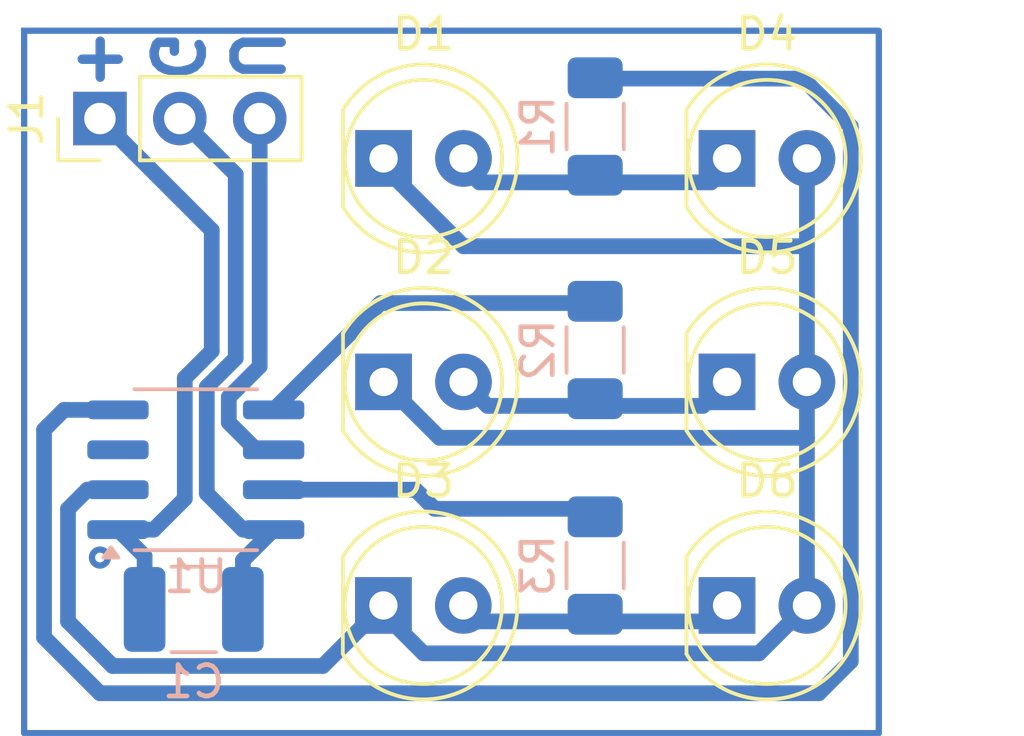
<source format=kicad_pcb>
(kicad_pcb (version 20240108) (generator "pcbnew") (generator_version "8.0")
  (layers (0 "F.Cu" signal) (31 "B.Cu" signal) (34 "B.Paste" user) (35 "F.Paste" user) (36 "B.SilkS" user "B.Silkscreen") (37 "F.SilkS" user "F.Silkscreen") (38 "B.Mask" user) (39 "F.Mask" user) (44 "Edge.Cuts" user))
  (net 0 "")
  (net 1 "Net-(D1-K)")
  (net 2 "Net-(D1-A)")
  (net 3 "Net-(D2-A)")
  (net 4 "Net-(D3-A)")
  (net 5 "Net-(U1-PA1)")
  (net 6 "Net-(U1-PA2)")
  (net 7 "Net-(U1-PA3)")
  (net 9 "+5V")
  (net 10 "GND")
  (net 11 "Net-(J1-Pin_3)")
  (footprint "LED_THT:LED_D5.0mm" (layer "F.Cu") (at 168.2775 64.262)
    (property "Reference" "D5" (at 1.27 -3.96 0) (layer "F.SilkS"))
    (property "Value" "Yellow")
    (fp_line (start -1.29 -1.545) (end -1.29 1.545) (stroke (width 0.12)) (layer "F.SilkS"))
    (fp_arc (start -1.29 -1.54483) (mid 2.072002 -2.880433) (end 4.26 0.000462) (stroke (width 0.12)) (layer "F.SilkS"))
    (fp_arc (start 4.26 -0.000462) (mid 2.072002 2.880433) (end -1.29 1.54483) (stroke (width 0.12)) (layer "F.SilkS"))
    (fp_circle (center 1.27 0) (end 3.77 0) (stroke (width 0.12)) (fill none) (layer "F.SilkS"))
    (pad "1" thru_hole rect (at 0 0) (size 1.8 1.8) (drill 0.9) (layers "*.Cu" "*.Mask") (net 3 "Net-(D2-A)"))
    (pad "2" thru_hole circle (at 2.54 0) (size 1.8 1.8) (drill 0.9) (layers "*.Cu" "*.Mask") (net 1 "Net-(D1-K)"))
  )
  (footprint "LED_THT:LED_D5.0mm" (layer "F.Cu") (at 157.3505 71.374)
    (property "Reference" "D3" (at 1.27 -3.96 0) (layer "F.SilkS"))
    (property "Value" "Green")
    (fp_line (start -1.29 -1.545) (end -1.29 1.545) (stroke (width 0.12)) (layer "F.SilkS"))
    (fp_arc (start -1.29 -1.54483) (mid 2.072002 -2.880433) (end 4.26 0.000462) (stroke (width 0.12)) (layer "F.SilkS"))
    (fp_arc (start 4.26 -0.000462) (mid 2.072002 2.880433) (end -1.29 1.54483) (stroke (width 0.12)) (layer "F.SilkS"))
    (fp_circle (center 1.27 0) (end 3.77 0) (stroke (width 0.12)) (fill none) (layer "F.SilkS"))
    (pad "1" thru_hole rect (at 0 0) (size 1.8 1.8) (drill 0.9) (layers "*.Cu" "*.Mask") (net 1 "Net-(D1-K)"))
    (pad "2" thru_hole circle (at 2.54 0) (size 1.8 1.8) (drill 0.9) (layers "*.Cu" "*.Mask") (net 4 "Net-(D3-A)"))
  )
  (footprint "LED_THT:LED_D5.0mm" (layer "F.Cu") (at 168.2775 71.374)
    (property "Reference" "D6" (at 1.27 -3.96 0) (layer "F.SilkS"))
    (property "Value" "Green")
    (fp_line (start -1.29 -1.545) (end -1.29 1.545) (stroke (width 0.12)) (layer "F.SilkS"))
    (fp_arc (start -1.29 -1.54483) (mid 2.072002 -2.880433) (end 4.26 0.000462) (stroke (width 0.12)) (layer "F.SilkS"))
    (fp_arc (start 4.26 -0.000462) (mid 2.072002 2.880433) (end -1.29 1.54483) (stroke (width 0.12)) (layer "F.SilkS"))
    (fp_circle (center 1.27 0) (end 3.77 0) (stroke (width 0.12)) (fill none) (layer "F.SilkS"))
    (pad "1" thru_hole rect (at 0 0) (size 1.8 1.8) (drill 0.9) (layers "*.Cu" "*.Mask") (net 4 "Net-(D3-A)"))
    (pad "2" thru_hole circle (at 2.54 0) (size 1.8 1.8) (drill 0.9) (layers "*.Cu" "*.Mask") (net 1 "Net-(D1-K)"))
  )
  (footprint "LED_THT:LED_D5.0mm" (layer "F.Cu") (at 157.3555 64.262)
    (property "Reference" "D2" (at 1.27 -3.96 0) (layer "F.SilkS"))
    (property "Value" "Yellow")
    (fp_line (start -1.29 -1.545) (end -1.29 1.545) (stroke (width 0.12)) (layer "F.SilkS"))
    (fp_arc (start -1.29 -1.54483) (mid 2.072002 -2.880433) (end 4.26 0.000462) (stroke (width 0.12)) (layer "F.SilkS"))
    (fp_arc (start 4.26 -0.000462) (mid 2.072002 2.880433) (end -1.29 1.54483) (stroke (width 0.12)) (layer "F.SilkS"))
    (fp_circle (center 1.27 0) (end 3.77 0) (stroke (width 0.12)) (fill none) (layer "F.SilkS"))
    (pad "1" thru_hole rect (at 0 0) (size 1.8 1.8) (drill 0.9) (layers "*.Cu" "*.Mask") (net 1 "Net-(D1-K)"))
    (pad "2" thru_hole circle (at 2.54 0) (size 1.8 1.8) (drill 0.9) (layers "*.Cu" "*.Mask") (net 3 "Net-(D2-A)"))
  )
  (footprint "LED_THT:LED_D5.0mm" (layer "F.Cu") (at 168.2775 57.15)
    (property "Reference" "D4" (at 1.27 -3.96 0) (layer "F.SilkS"))
    (property "Value" "Red")
    (fp_line (start -1.29 -1.545) (end -1.29 1.545) (stroke (width 0.12)) (layer "F.SilkS"))
    (fp_arc (start -1.29 -1.54483) (mid 2.072002 -2.880433) (end 4.26 0.000462) (stroke (width 0.12)) (layer "F.SilkS"))
    (fp_arc (start 4.26 -0.000462) (mid 2.072002 2.880433) (end -1.29 1.54483) (stroke (width 0.12)) (layer "F.SilkS"))
    (fp_circle (center 1.27 0) (end 3.77 0) (stroke (width 0.12)) (fill none) (layer "F.SilkS"))
    (pad "1" thru_hole rect (at 0 0) (size 1.8 1.8) (drill 0.9) (layers "*.Cu" "*.Mask") (net 2 "Net-(D1-A)"))
    (pad "2" thru_hole circle (at 2.54 0) (size 1.8 1.8) (drill 0.9) (layers "*.Cu" "*.Mask") (net 1 "Net-(D1-K)"))
  )
  (footprint "Connector_PinHeader_2.54mm:PinHeader_1x03_P2.54mm_Vertical" (layer "F.Cu") (at 148.336 55.88 90)
    (property "Reference" "J1" (at 0 -2.33 270) (layer "F.SilkS"))
    (property "Value" "Conn_01x03_Pin")
    (fp_line (start -1.33 -1.33) (end 0 -1.33) (stroke (width 0.12)) (layer "F.SilkS"))
    (fp_line (start -1.33 0) (end -1.33 -1.33) (stroke (width 0.12)) (layer "F.SilkS"))
    (fp_line (start 1.33 1.27) (end 1.33 6.41) (stroke (width 0.12)) (layer "F.SilkS"))
    (fp_line (start -1.33 1.27) (end 1.33 1.27) (stroke (width 0.12)) (layer "F.SilkS"))
    (fp_line (start -1.33 1.27) (end -1.33 6.41) (stroke (width 0.12)) (layer "F.SilkS"))
    (fp_line (start -1.33 6.41) (end 1.33 6.41) (stroke (width 0.12)) (layer "F.SilkS"))
    (pad "1" thru_hole rect (at 0 0 90) (size 1.7 1.7) (drill 1) (layers "*.Cu" "*.Mask") (net 9 "+5V"))
    (pad "2" thru_hole oval (at 0 2.54 90) (size 1.7 1.7) (drill 1) (layers "*.Cu" "*.Mask") (net 10 "GND"))
    (pad "3" thru_hole oval (at 0 5.08 90) (size 1.7 1.7) (drill 1) (layers "*.Cu" "*.Mask") (net 11 "Net-(J1-Pin_3)"))
  )
  (footprint "LED_THT:LED_D5.0mm" (layer "F.Cu") (at 157.3555 57.15)
    (property "Reference" "D1" (at 1.27 -3.96 0) (layer "F.SilkS"))
    (property "Value" "Red")
    (fp_line (start -1.29 -1.545) (end -1.29 1.545) (stroke (width 0.12)) (layer "F.SilkS"))
    (fp_arc (start -1.29 -1.54483) (mid 2.072002 -2.880433) (end 4.26 0.000462) (stroke (width 0.12)) (layer "F.SilkS"))
    (fp_arc (start 4.26 -0.000462) (mid 2.072002 2.880433) (end -1.29 1.54483) (stroke (width 0.12)) (layer "F.SilkS"))
    (fp_circle (center 1.27 0) (end 3.77 0) (stroke (width 0.12)) (fill none) (layer "F.SilkS"))
    (pad "1" thru_hole rect (at 0 0) (size 1.8 1.8) (drill 0.9) (layers "*.Cu" "*.Mask") (net 1 "Net-(D1-K)"))
    (pad "2" thru_hole circle (at 2.54 0) (size 1.8 1.8) (drill 0.9) (layers "*.Cu" "*.Mask") (net 2 "Net-(D1-A)"))
  )
  (footprint "Resistor_SMD:R_1206_3216Metric_Pad1.30x1.75mm_HandSolder" (layer "B.Cu") (at 164.084 70.104 -90)
    (property "Reference" "R3" (at 0 1.82 90) (layer "B.SilkS") (effects (justify mirror)))
    (property "Value" "R 270")
    (fp_line (start 0.727064 0.91) (end -0.727064 0.91) (stroke (width 0.12)) (layer "B.SilkS"))
    (fp_line (start 0.727064 -0.91) (end -0.727064 -0.91) (stroke (width 0.12)) (layer "B.SilkS"))
    (pad "1" smd roundrect (at -1.55 0 270) (size 1.3 1.75) (layers "B.Cu" "B.Paste" "B.Mask") (roundrect_rratio 0.192308) (net 7 "Net-(U1-PA3)"))
    (pad "2" smd roundrect (at 1.55 0 270) (size 1.3 1.75) (layers "B.Cu" "B.Paste" "B.Mask") (roundrect_rratio 0.192308) (net 4 "Net-(D3-A)"))
  )
  (footprint "Package_SO:SOIC-8_3.9x4.9mm_P1.27mm" (layer "B.Cu") (at 151.384 67.056)
    (property "Reference" "U1" (at 0 3.4 360) (layer "B.SilkS") (effects (justify mirror)))
    (property "Value" "ATtiny412-SS")
    (fp_line (start -1.95 -2.56) (end 0 -2.56) (stroke (width 0.12)) (layer "B.SilkS"))
    (fp_line (start -1.95 2.56) (end 0 2.56) (stroke (width 0.12)) (layer "B.SilkS"))
    (fp_line (start 1.95 -2.56) (end 0 -2.56) (stroke (width 0.12)) (layer "B.SilkS"))
    (fp_line (start 1.95 2.56) (end 0 2.56) (stroke (width 0.12)) (layer "B.SilkS"))
    (fp_poly (pts (xy -2.7 2.465) (xy -2.94 2.795) (xy -2.46 2.795) (xy -2.7 2.465)) (stroke (width 0.12)) (fill solid) (layer "B.SilkS"))
    (pad "1" smd roundrect (at -2.475 1.905) (size 1.95 0.6) (layers "B.Cu" "B.Paste" "B.Mask") (net 9 "+5V"))
    (pad "2" smd roundrect (at -2.475 0.635) (size 1.95 0.6) (layers "B.Cu" "B.Paste" "B.Mask") (net 1 "Net-(D1-K)"))
    (pad "3" smd roundrect (at -2.475 -0.635) (size 1.95 0.6) (layers "B.Cu" "B.Paste" "B.Mask"))
    (pad "4" smd roundrect (at -2.475 -1.905) (size 1.95 0.6) (layers "B.Cu" "B.Paste" "B.Mask") (net 5 "Net-(U1-PA1)"))
    (pad "5" smd roundrect (at 2.475 -1.905) (size 1.95 0.6) (layers "B.Cu" "B.Paste" "B.Mask") (net 6 "Net-(U1-PA2)"))
    (pad "6" smd roundrect (at 2.475 -0.635) (size 1.95 0.6) (layers "B.Cu" "B.Paste" "B.Mask") (net 11 "Net-(J1-Pin_3)"))
    (pad "7" smd roundrect (at 2.475 0.635) (size 1.95 0.6) (layers "B.Cu" "B.Paste" "B.Mask") (net 7 "Net-(U1-PA3)"))
    (pad "8" smd roundrect (at 2.475 1.905) (size 1.95 0.6) (layers "B.Cu" "B.Paste" "B.Mask") (net 10 "GND"))
  )
  (footprint "Capacitor_SMD:C_1210_3225Metric_Pad1.33x2.70mm_HandSolder" (layer "B.Cu") (at 151.319 71.501)
    (property "Reference" "C1" (at 0 2.3 360) (layer "B.SilkS") (effects (justify mirror)))
    (property "Value" "100n")
    (fp_line (start 0.711252 -1.36) (end -0.711252 -1.36) (stroke (width 0.12)) (layer "B.SilkS"))
    (fp_line (start 0.711252 1.36) (end -0.711252 1.36) (stroke (width 0.12)) (layer "B.SilkS"))
    (pad "1" smd roundrect (at -1.5625 0) (size 1.325 2.7) (layers "B.Cu" "B.Paste" "B.Mask") (roundrect_rratio 0.188679) (net 9 "+5V"))
    (pad "2" smd roundrect (at 1.5625 0) (size 1.325 2.7) (layers "B.Cu" "B.Paste" "B.Mask") (roundrect_rratio 0.188679) (net 10 "GND"))
  )
  (footprint "Resistor_SMD:R_1206_3216Metric_Pad1.30x1.75mm_HandSolder" (layer "B.Cu") (at 164.084 63.246 -90)
    (property "Reference" "R2" (at 0 1.82 90) (layer "B.SilkS") (effects (justify mirror)))
    (property "Value" "R 270")
    (fp_line (start 0.727064 0.91) (end -0.727064 0.91) (stroke (width 0.12)) (layer "B.SilkS"))
    (fp_line (start 0.727064 -0.91) (end -0.727064 -0.91) (stroke (width 0.12)) (layer "B.SilkS"))
    (pad "1" smd roundrect (at -1.55 0 270) (size 1.3 1.75) (layers "B.Cu" "B.Paste" "B.Mask") (roundrect_rratio 0.192308) (net 6 "Net-(U1-PA2)"))
    (pad "2" smd roundrect (at 1.55 0 270) (size 1.3 1.75) (layers "B.Cu" "B.Paste" "B.Mask") (roundrect_rratio 0.192308) (net 3 "Net-(D2-A)"))
  )
  (footprint "Resistor_SMD:R_1206_3216Metric_Pad1.30x1.75mm_HandSolder" (layer "B.Cu") (at 164.084 56.134 -90)
    (property "Reference" "R1" (at 0 1.82 90) (layer "B.SilkS") (effects (justify mirror)))
    (property "Value" "R 270")
    (fp_line (start 0.727064 0.91) (end -0.727064 0.91) (stroke (width 0.12)) (layer "B.SilkS"))
    (fp_line (start 0.727064 -0.91) (end -0.727064 -0.91) (stroke (width 0.12)) (layer "B.SilkS"))
    (pad "1" smd roundrect (at -1.55 0 270) (size 1.3 1.75) (layers "B.Cu" "B.Paste" "B.Mask") (roundrect_rratio 0.192308) (net 5 "Net-(U1-PA1)"))
    (pad "2" smd roundrect (at 1.55 0 270) (size 1.3 1.75) (layers "B.Cu" "B.Paste" "B.Mask") (roundrect_rratio 0.192308) (net 2 "Net-(D1-A)"))
  )
  (gr_circle (center 148.336 69.85) (end 148.082 69.85) (stroke (width 0.2)) (fill none) (layer "B.Cu"))
  (gr_rect (start 145.9255 53.086) (end 173.1035 75.438) (stroke (width 0.2)) (fill none) (layer "B.Cu"))
  (gr_text "U" (at 152.4 54.864 -90) (layer "B.Cu") (effects (font (size 1.5 1.5) (thickness 0.3) (bold yes)) (justify left bottom mirror)))
  (gr_text "+\n" (at 147.574 55.118 -90) (layer "B.Cu") (effects (font (size 1.5 1.5) (thickness 0.3) (bold yes)) (justify left bottom mirror)))
  (gr_text "G" (at 149.86 54.864 -90) (layer "B.Cu") (effects (font (size 1.5 1.5) (thickness 0.3) (bold yes)) (justify left bottom mirror)))
  (segment (start 147.32 71.882) (end 148.739 73.301) (width 0.5) (layer "B.Cu") (net 1))
  (segment (start 147.934001 67.691) (end 147.32 68.305001) (width 0.5) (layer "B.Cu") (net 1))
  (segment (start 157.3555 64.262) (end 159.1335 66.04) (width 0.5) (layer "B.Cu") (net 1))
  (segment (start 148.909 67.691) (end 147.934001 67.691) (width 0.5) (layer "B.Cu") (net 1))
  (segment (start 159.1335 66.04) (end 170.8175 66.04) (width 0.5) (layer "B.Cu") (net 1))
  (segment (start 147.32 68.305001) (end 147.32 71.882) (width 0.5) (layer "B.Cu") (net 1))
  (segment (start 155.4235 73.301) (end 157.3505 71.374) (width 0.5) (layer "B.Cu") (net 1))
  (segment (start 157.3555 64.262) (end 157.3555 64.516) (width 0.5) (layer "B.Cu") (net 1))
  (segment (start 148.739 73.301) (end 155.4235 73.301) (width 0.5) (layer "B.Cu") (net 1))
  (segment (start 170.8175 64.262) (end 170.8175 66.04) (width 0.5) (layer "B.Cu") (net 1))
  (segment (start 157.3555 57.404) (end 159.8955 59.944) (width 0.5) (layer "B.Cu") (net 1))
  (segment (start 170.8175 66.04) (end 170.8175 71.374) (width 0.5) (layer "B.Cu") (net 1))
  (segment (start 159.8955 59.944) (end 170.8175 59.944) (width 0.5) (layer "B.Cu") (net 1))
  (segment (start 158.6255 72.898) (end 169.2935 72.898) (width 0.5) (layer "B.Cu") (net 1))
  (segment (start 157.3505 71.623) (end 158.6255 72.898) (width 0.5) (layer "B.Cu") (net 1))
  (segment (start 169.2935 72.898) (end 170.8175 71.374) (width 0.5) (layer "B.Cu") (net 1))
  (segment (start 157.3505 71.374) (end 157.3505 71.623) (width 0.5) (layer "B.Cu") (net 1))
  (segment (start 170.8175 57.404) (end 170.8175 64.262) (width 0.5) (layer "B.Cu") (net 1))
  (segment (start 167.7695 57.912) (end 160.4035 57.912) (width 0.5) (layer "B.Cu") (net 2))
  (segment (start 160.4035 57.912) (end 159.8955 57.404) (width 0.5) (layer "B.Cu") (net 2))
  (segment (start 168.2775 57.404) (end 167.7695 57.912) (width 0.5) (layer "B.Cu") (net 2))
  (segment (start 168.2775 64.262) (end 167.5155 65.024) (width 0.5) (layer "B.Cu") (net 3))
  (segment (start 160.6575 65.024) (end 159.8955 64.262) (width 0.5) (layer "B.Cu") (net 3))
  (segment (start 167.5155 65.024) (end 160.6575 65.024) (width 0.5) (layer "B.Cu") (net 3))
  (segment (start 160.3985 71.882) (end 159.8905 71.374) (width 0.5) (layer "B.Cu") (net 4))
  (segment (start 168.2775 71.374) (end 167.7695 71.882) (width 0.5) (layer "B.Cu") (net 4))
  (segment (start 167.7695 71.882) (end 160.3985 71.882) (width 0.5) (layer "B.Cu") (net 4))
  (segment (start 146.558 72.39) (end 146.558 65.786) (width 0.5) (layer "B.Cu") (net 5))
  (segment (start 171.196 74.168) (end 148.336 74.168) (width 0.5) (layer "B.Cu") (net 5))
  (segment (start 146.558 65.786) (end 147.193 65.151) (width 0.5) (layer "B.Cu") (net 5))
  (segment (start 172.212 56.134) (end 172.212 73.152) (width 0.5) (layer "B.Cu") (net 5))
  (segment (start 164.618 54.61) (end 170.688 54.61) (width 0.5) (layer "B.Cu") (net 5))
  (segment (start 170.688 54.61) (end 172.212 56.134) (width 0.5) (layer "B.Cu") (net 5))
  (segment (start 172.212 73.152) (end 171.196 74.168) (width 0.5) (layer "B.Cu") (net 5))
  (segment (start 148.336 74.168) (end 146.558 72.39) (width 0.5) (layer "B.Cu") (net 5))
  (segment (start 147.193 65.151) (end 148.909 65.151) (width 0.5) (layer "B.Cu") (net 5))
  (segment (start 157.257 61.753) (end 164.027 61.753) (width 0.5) (layer "B.Cu") (net 6))
  (segment (start 153.859 65.151) (end 157.257 61.753) (width 0.5) (layer "B.Cu") (net 6))
  (segment (start 164.027 61.753) (end 164.084 61.696) (width 0.5) (layer "B.Cu") (net 6))
  (segment (start 153.859 67.691) (end 158.369 67.691) (width 0.5) (layer "B.Cu") (net 7))
  (segment (start 158.978 68.3) (end 164.084 68.3) (width 0.5) (layer "B.Cu") (net 7))
  (segment (start 158.369 67.691) (end 158.978 68.3) (width 0.5) (layer "B.Cu") (net 7))
  (segment (start 151.892 63.277) (end 151.892 59.436) (width 0.5) (layer "B.Cu") (net 9))
  (segment (start 151.892 59.436) (end 148.336 55.88) (width 0.5) (layer "B.Cu") (net 9))
  (segment (start 148.909 68.961) (end 150.049 68.961) (width 0.5) (layer "B.Cu") (net 9))
  (segment (start 149.7565 69.8085) (end 148.909 68.961) (width 0.5) (layer "B.Cu") (net 9))
  (segment (start 151.034 64.135) (end 151.892 63.277) (width 0.5) (layer "B.Cu") (net 9))
  (segment (start 149.7565 71.501) (end 149.7565 69.8085) (width 0.5) (layer "B.Cu") (net 9))
  (segment (start 151.034 67.976) (end 151.034 64.135) (width 0.5) (layer "B.Cu") (net 9))
  (segment (start 150.049 68.961) (end 151.034 67.976) (width 0.5) (layer "B.Cu") (net 9))
  (segment (start 152.654 63.50495) (end 152.654 57.658) (width 0.5) (layer "B.Cu") (net 10))
  (segment (start 151.734 64.42495) (end 152.654 63.50495) (width 0.5) (layer "B.Cu") (net 10))
  (segment (start 153.859 68.961) (end 152.884001 68.961) (width 0.5) (layer "B.Cu") (net 10))
  (segment (start 152.8815 71.501) (end 152.8815 69.9385) (width 0.5) (layer "B.Cu") (net 10))
  (segment (start 152.8815 69.9385) (end 153.859 68.961) (width 0.5) (layer "B.Cu") (net 10))
  (segment (start 151.734 67.810999) (end 151.734 64.42495) (width 0.5) (layer "B.Cu") (net 10))
  (segment (start 152.884001 68.961) (end 151.734 67.810999) (width 0.5) (layer "B.Cu") (net 10))
  (segment (start 152.654 57.658) (end 150.876 55.88) (width 0.5) (layer "B.Cu") (net 10))
  (segment (start 153.416 63.766316) (end 153.416 55.88) (width 0.5) (layer "B.Cu") (net 11))
  (segment (start 153.859 66.421) (end 153.301316 66.421) (width 0.5) (layer "B.Cu") (net 11))
  (segment (start 152.434 64.748316) (end 153.416 63.766316) (width 0.5) (layer "B.Cu") (net 11))
  (segment (start 152.434 65.553684) (end 152.434 64.748316) (width 0.5) (layer "B.Cu") (net 11))
  (segment (start 153.301316 66.421) (end 152.434 65.553684) (width 0.5) (layer "B.Cu") (net 11))
)
</source>
